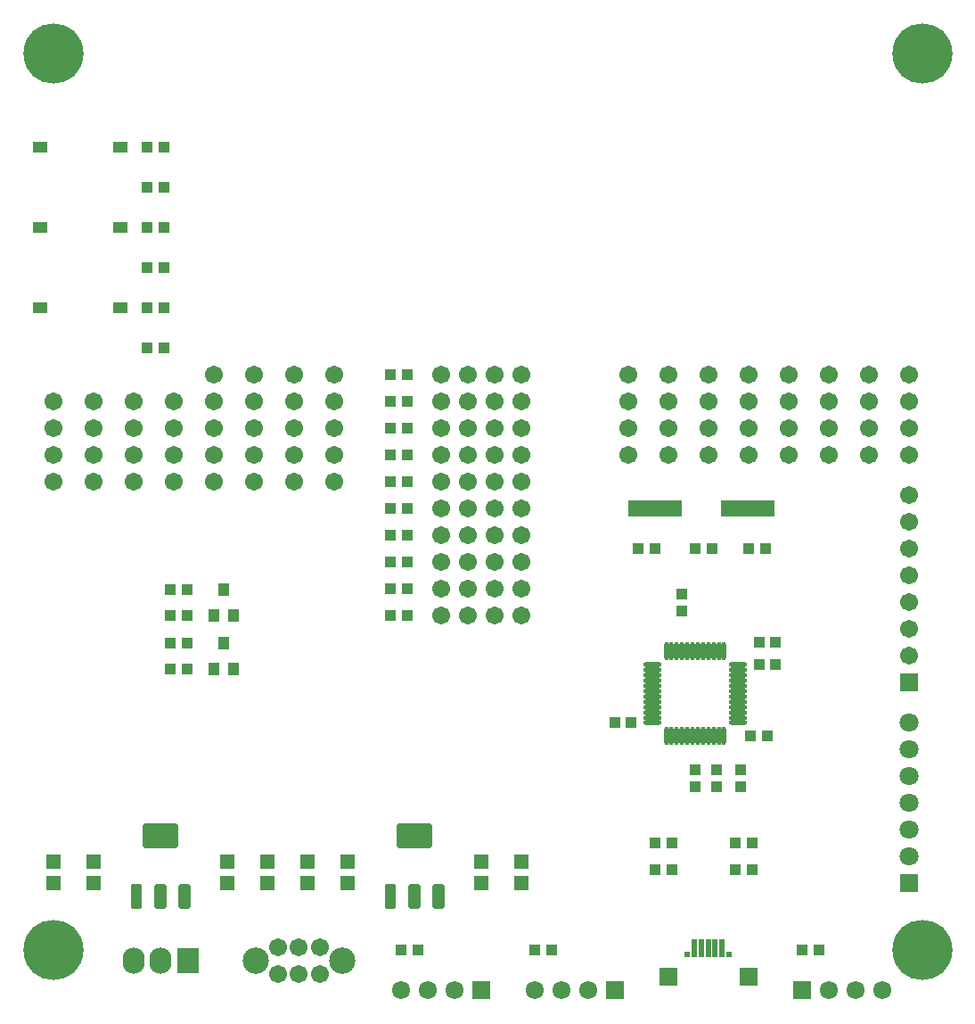
<source format=gts>
G04*
G04 #@! TF.GenerationSoftware,Altium Limited,Altium Designer,21.3.2 (30)*
G04*
G04 Layer_Color=8388736*
%FSLAX25Y25*%
%MOIN*%
G70*
G04*
G04 #@! TF.SameCoordinates,0941D6B8-9053-4ACA-ABC4-2B4951EE2B0C*
G04*
G04*
G04 #@! TF.FilePolarity,Negative*
G04*
G01*
G75*
%ADD31R,0.03937X0.03937*%
%ADD32R,0.03937X0.03937*%
%ADD33R,0.20485X0.05918*%
%ADD34R,0.06706X0.06706*%
%ADD35R,0.02375X0.07099*%
%ADD36R,0.03953X0.03953*%
%ADD37O,0.01784X0.06902*%
%ADD38O,0.06902X0.01784*%
%ADD39R,0.04343X0.04540*%
%ADD40R,0.05524X0.03950*%
%ADD41R,0.05512X0.05512*%
G04:AMPARAMS|DCode=42|XSize=42.91mil|YSize=90.16mil|CornerRadius=4.63mil|HoleSize=0mil|Usage=FLASHONLY|Rotation=180.000|XOffset=0mil|YOffset=0mil|HoleType=Round|Shape=RoundedRectangle|*
%AMROUNDEDRECTD42*
21,1,0.04291,0.08091,0,0,180.0*
21,1,0.03366,0.09016,0,0,180.0*
1,1,0.00925,-0.01683,0.04045*
1,1,0.00925,0.01683,0.04045*
1,1,0.00925,0.01683,-0.04045*
1,1,0.00925,-0.01683,-0.04045*
%
%ADD42ROUNDEDRECTD42*%
G04:AMPARAMS|DCode=43|XSize=45.4mil|YSize=92.65mil|CornerRadius=5.87mil|HoleSize=0mil|Usage=FLASHONLY|Rotation=180.000|XOffset=0mil|YOffset=0mil|HoleType=Round|Shape=RoundedRectangle|*
%AMROUNDEDRECTD43*
21,1,0.04540,0.08091,0,0,180.0*
21,1,0.03366,0.09265,0,0,180.0*
1,1,0.01174,-0.01683,0.04045*
1,1,0.01174,0.01683,0.04045*
1,1,0.01174,0.01683,-0.04045*
1,1,0.01174,-0.01683,-0.04045*
%
%ADD43ROUNDEDRECTD43*%
G04:AMPARAMS|DCode=44|XSize=133.46mil|YSize=90.16mil|CornerRadius=6.99mil|HoleSize=0mil|Usage=FLASHONLY|Rotation=180.000|XOffset=0mil|YOffset=0mil|HoleType=Round|Shape=RoundedRectangle|*
%AMROUNDEDRECTD44*
21,1,0.13346,0.07618,0,0,180.0*
21,1,0.11949,0.09016,0,0,180.0*
1,1,0.01398,-0.05974,0.03809*
1,1,0.01398,0.05974,0.03809*
1,1,0.01398,0.05974,-0.03809*
1,1,0.01398,-0.05974,-0.03809*
%
%ADD44ROUNDEDRECTD44*%
%ADD45O,0.08300X0.09800*%
%ADD46R,0.08300X0.09800*%
%ADD47C,0.02375*%
%ADD48C,0.06706*%
%ADD49C,0.07099*%
%ADD50R,0.07099X0.07099*%
%ADD51C,0.09855*%
%ADD52C,0.06784*%
%ADD53R,0.06784X0.06784*%
%ADD54C,0.22453*%
D31*
X286299Y170000D02*
D03*
X280000D02*
D03*
X266299D02*
D03*
X260000D02*
D03*
X238701D02*
D03*
X245000D02*
D03*
X200000Y20000D02*
D03*
X206299D02*
D03*
X150000D02*
D03*
X156299D02*
D03*
X300000D02*
D03*
X306299D02*
D03*
X245000Y50000D02*
D03*
X251299D02*
D03*
X281299D02*
D03*
X275000D02*
D03*
X290224Y135000D02*
D03*
X283925D02*
D03*
X290224Y126673D02*
D03*
X283925D02*
D03*
X287205Y100000D02*
D03*
X280906D02*
D03*
X229933Y105020D02*
D03*
X236232D02*
D03*
X63701Y154842D02*
D03*
X70000D02*
D03*
Y145000D02*
D03*
X63701D02*
D03*
Y134843D02*
D03*
X70000D02*
D03*
Y125000D02*
D03*
X63701D02*
D03*
X152500Y145000D02*
D03*
X146201D02*
D03*
X152500Y155000D02*
D03*
X146201D02*
D03*
X152500Y165000D02*
D03*
X146201D02*
D03*
X152500Y175000D02*
D03*
X146201D02*
D03*
X152500Y185000D02*
D03*
X146201D02*
D03*
X152500Y195000D02*
D03*
X146201D02*
D03*
X152500Y205000D02*
D03*
X146201D02*
D03*
X152500Y215000D02*
D03*
X146201D02*
D03*
X152500Y225000D02*
D03*
X146201D02*
D03*
X152500Y235000D02*
D03*
X146201D02*
D03*
X55000Y320000D02*
D03*
X61299D02*
D03*
Y245000D02*
D03*
X55000D02*
D03*
Y260000D02*
D03*
X61299D02*
D03*
Y275000D02*
D03*
X55000D02*
D03*
Y290000D02*
D03*
X61299D02*
D03*
Y305000D02*
D03*
X55000D02*
D03*
D32*
X255157Y152992D02*
D03*
Y146693D02*
D03*
X277000Y81201D02*
D03*
Y87500D02*
D03*
X268000D02*
D03*
Y81201D02*
D03*
X260032Y87500D02*
D03*
Y81201D02*
D03*
D33*
X245000Y185000D02*
D03*
X279646D02*
D03*
D34*
X250000Y10000D02*
D03*
X279921D02*
D03*
X340000Y120000D02*
D03*
D35*
X259842Y20728D02*
D03*
X262402D02*
D03*
X264961D02*
D03*
X267520D02*
D03*
X270079D02*
D03*
D36*
X251299Y60000D02*
D03*
X245000D02*
D03*
X281299D02*
D03*
X275000D02*
D03*
D37*
X270905Y131693D02*
D03*
X268937D02*
D03*
X266968D02*
D03*
X265000D02*
D03*
X263032D02*
D03*
X261063D02*
D03*
X259095D02*
D03*
X257126D02*
D03*
X255157D02*
D03*
X253189D02*
D03*
X251220D02*
D03*
X249252D02*
D03*
Y100000D02*
D03*
X251220D02*
D03*
X253189D02*
D03*
X255157D02*
D03*
X257126D02*
D03*
X259095D02*
D03*
X261063D02*
D03*
X263032D02*
D03*
X265000D02*
D03*
X266968D02*
D03*
X268937D02*
D03*
X270905D02*
D03*
D38*
X244232Y126673D02*
D03*
Y124705D02*
D03*
Y122736D02*
D03*
Y120768D02*
D03*
Y118799D02*
D03*
Y116831D02*
D03*
Y114862D02*
D03*
Y112894D02*
D03*
Y110925D02*
D03*
Y108957D02*
D03*
Y106988D02*
D03*
Y105020D02*
D03*
X275925D02*
D03*
Y106988D02*
D03*
Y108957D02*
D03*
Y110925D02*
D03*
Y112894D02*
D03*
Y114862D02*
D03*
Y116831D02*
D03*
Y118799D02*
D03*
Y120768D02*
D03*
Y122736D02*
D03*
Y124705D02*
D03*
Y126673D02*
D03*
D39*
X80000Y125000D02*
D03*
X83740Y134843D02*
D03*
X87480Y125000D02*
D03*
X80000Y145000D02*
D03*
X83740Y154842D02*
D03*
X87480Y145000D02*
D03*
D40*
X44921Y320000D02*
D03*
X15000D02*
D03*
X44921Y290000D02*
D03*
X15000D02*
D03*
X44921Y260000D02*
D03*
X15000D02*
D03*
D41*
X35000Y45000D02*
D03*
Y53000D02*
D03*
X180000D02*
D03*
Y45000D02*
D03*
X130000Y53000D02*
D03*
Y45000D02*
D03*
X115000Y53000D02*
D03*
Y45000D02*
D03*
X195000Y53000D02*
D03*
Y45000D02*
D03*
X20000Y53000D02*
D03*
Y45000D02*
D03*
X100000Y53000D02*
D03*
Y45000D02*
D03*
X85000Y53000D02*
D03*
Y45000D02*
D03*
D42*
X145945Y40000D02*
D03*
X50945D02*
D03*
D43*
X155000D02*
D03*
X164055D02*
D03*
X60000D02*
D03*
X69055D02*
D03*
D44*
X155000Y62835D02*
D03*
X60000D02*
D03*
D45*
X50000Y16000D02*
D03*
X60000D02*
D03*
D46*
X70500D02*
D03*
D47*
X257087Y18465D02*
D03*
X272835D02*
D03*
D48*
X340000Y180000D02*
D03*
Y130000D02*
D03*
Y140000D02*
D03*
Y150000D02*
D03*
Y160000D02*
D03*
Y170000D02*
D03*
Y190000D02*
D03*
X195000Y145000D02*
D03*
Y195000D02*
D03*
Y155000D02*
D03*
Y165000D02*
D03*
Y175000D02*
D03*
Y185000D02*
D03*
Y205000D02*
D03*
Y235000D02*
D03*
Y215000D02*
D03*
Y225000D02*
D03*
X50000Y215000D02*
D03*
X35000Y195000D02*
D03*
X20000Y225000D02*
D03*
X50000D02*
D03*
X20000Y215000D02*
D03*
X65000Y195000D02*
D03*
X50000D02*
D03*
X20000Y205000D02*
D03*
X35000D02*
D03*
X50000D02*
D03*
X65000D02*
D03*
Y225000D02*
D03*
X35000D02*
D03*
X65000Y215000D02*
D03*
X35000D02*
D03*
X20000Y195000D02*
D03*
X185000Y175000D02*
D03*
X175000Y185000D02*
D03*
Y165000D02*
D03*
X185000Y155000D02*
D03*
X175000D02*
D03*
Y175000D02*
D03*
X185000Y185000D02*
D03*
Y145000D02*
D03*
Y165000D02*
D03*
X175000Y145000D02*
D03*
X165000Y195000D02*
D03*
Y185000D02*
D03*
Y165000D02*
D03*
Y175000D02*
D03*
Y155000D02*
D03*
X110000Y205000D02*
D03*
X80000Y195000D02*
D03*
X110000D02*
D03*
X125000D02*
D03*
Y205000D02*
D03*
X95000D02*
D03*
Y195000D02*
D03*
X80000Y205000D02*
D03*
X185000Y235000D02*
D03*
X175000Y225000D02*
D03*
X185000D02*
D03*
Y215000D02*
D03*
X175000Y235000D02*
D03*
Y215000D02*
D03*
X185000Y205000D02*
D03*
X175000D02*
D03*
Y195000D02*
D03*
X185000D02*
D03*
X80000Y225000D02*
D03*
X95000Y235000D02*
D03*
X110000Y225000D02*
D03*
X95000D02*
D03*
X80000Y235000D02*
D03*
X110000D02*
D03*
X125000D02*
D03*
Y225000D02*
D03*
X280000Y205000D02*
D03*
X310000Y215000D02*
D03*
Y235000D02*
D03*
X280000D02*
D03*
X310000Y205000D02*
D03*
X295000Y225000D02*
D03*
Y235000D02*
D03*
Y215000D02*
D03*
Y205000D02*
D03*
X310000Y225000D02*
D03*
X280000D02*
D03*
Y215000D02*
D03*
X165000Y205000D02*
D03*
Y215000D02*
D03*
Y225000D02*
D03*
Y235000D02*
D03*
Y145000D02*
D03*
X80000Y215000D02*
D03*
X95000D02*
D03*
X110000D02*
D03*
X125000D02*
D03*
X235000Y205000D02*
D03*
X265000D02*
D03*
Y235000D02*
D03*
X250000D02*
D03*
Y225000D02*
D03*
Y215000D02*
D03*
Y205000D02*
D03*
X235000Y235000D02*
D03*
Y225000D02*
D03*
Y215000D02*
D03*
X265000D02*
D03*
Y225000D02*
D03*
X325000Y235000D02*
D03*
Y205000D02*
D03*
X340000D02*
D03*
X325000Y215000D02*
D03*
Y225000D02*
D03*
X340000Y235000D02*
D03*
Y215000D02*
D03*
Y225000D02*
D03*
X104000Y21000D02*
D03*
Y11157D02*
D03*
X111874Y21000D02*
D03*
X119748D02*
D03*
X111874Y11157D02*
D03*
X119748D02*
D03*
D49*
X340000Y65000D02*
D03*
Y55000D02*
D03*
Y75000D02*
D03*
Y85000D02*
D03*
Y95000D02*
D03*
Y105000D02*
D03*
D50*
Y45000D02*
D03*
D51*
X95732Y16079D02*
D03*
X128016D02*
D03*
D52*
X200000Y5000D02*
D03*
X210000D02*
D03*
X220000D02*
D03*
X330000D02*
D03*
X320000D02*
D03*
X310000D02*
D03*
X150000D02*
D03*
X160000D02*
D03*
X170000D02*
D03*
D53*
X230000D02*
D03*
X300000D02*
D03*
X180000D02*
D03*
D54*
X20000Y355000D02*
D03*
X345000D02*
D03*
Y20000D02*
D03*
X20000D02*
D03*
M02*

</source>
